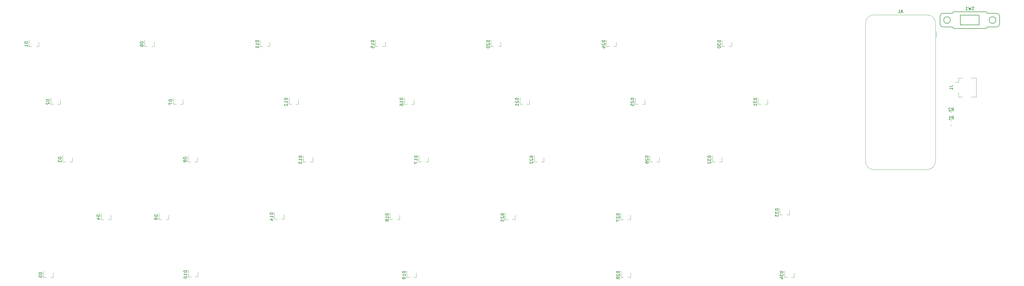
<source format=gbr>
G04 #@! TF.GenerationSoftware,KiCad,Pcbnew,(5.1.10)-1*
G04 #@! TF.CreationDate,2021-07-26T23:03:21+09:00*
G04 #@! TF.ProjectId,Snacks65,536e6163-6b73-4363-952e-6b696361645f,rev?*
G04 #@! TF.SameCoordinates,Original*
G04 #@! TF.FileFunction,Legend,Bot*
G04 #@! TF.FilePolarity,Positive*
%FSLAX46Y46*%
G04 Gerber Fmt 4.6, Leading zero omitted, Abs format (unit mm)*
G04 Created by KiCad (PCBNEW (5.1.10)-1) date 2021-07-26 23:03:21*
%MOMM*%
%LPD*%
G01*
G04 APERTURE LIST*
%ADD10C,0.150000*%
%ADD11C,0.120000*%
G04 APERTURE END LIST*
D10*
G04 #@! TO.C,SW1*
X343768750Y-18243750D02*
X343768750Y-21443750D01*
X349968750Y-18243750D02*
X349968750Y-21443750D01*
X343768750Y-18243750D02*
X349968750Y-18243750D01*
X343768750Y-21443750D02*
X349968750Y-21443750D01*
X341618750Y-17093750D02*
X352118750Y-17093750D01*
X352618750Y-17593750D02*
X355668750Y-17593750D01*
X352618750Y-22093750D02*
X355668750Y-22093750D01*
X356668750Y-21093750D02*
X356668750Y-18593750D01*
X338068750Y-17593750D02*
X341118750Y-17593750D01*
X337068750Y-21093750D02*
X337068750Y-18593750D01*
X341618750Y-22593750D02*
X352118750Y-22593750D01*
X338068750Y-22093750D02*
X341118750Y-22093750D01*
X340468750Y-19843750D02*
G75*
G03*
X340468750Y-19843750I-1100000J0D01*
G01*
X355468750Y-19843750D02*
G75*
G03*
X355468750Y-19843750I-1100000J0D01*
G01*
X341618750Y-22593750D02*
G75*
G02*
X341118750Y-22093750I0J500000D01*
G01*
X352618750Y-22093750D02*
G75*
G02*
X352118750Y-22593750I-500000J0D01*
G01*
X352118750Y-17093750D02*
G75*
G02*
X352618750Y-17593750I0J-500000D01*
G01*
X341118750Y-17593750D02*
G75*
G02*
X341618750Y-17093750I500000J0D01*
G01*
X337068750Y-18593750D02*
G75*
G02*
X338068750Y-17593750I1000000J0D01*
G01*
X338068750Y-22093750D02*
G75*
G02*
X337068750Y-21093750I0J1000000D01*
G01*
X355668750Y-17593750D02*
G75*
G02*
X356668750Y-18593750I0J-1000000D01*
G01*
X356668750Y-21093750D02*
G75*
G02*
X355668750Y-22093750I-1000000J0D01*
G01*
D11*
G04 #@! TO.C,A1*
X335868750Y-25606250D02*
X335868750Y-23606250D01*
X315118750Y-18146250D02*
X332898750Y-18146250D01*
X315118750Y-69166250D02*
X332898750Y-69166250D01*
X312468750Y-20796250D02*
X312468750Y-66516250D01*
X335548750Y-20796250D02*
X335548750Y-66516250D01*
X315118750Y-18146250D02*
G75*
G03*
X312468750Y-20796250I0J-2650000D01*
G01*
X335548750Y-20796250D02*
G75*
G03*
X332898750Y-18146250I-2650000J0D01*
G01*
X312468750Y-66516250D02*
G75*
G03*
X315118750Y-69166250I2650000J0D01*
G01*
X332898750Y-69166250D02*
G75*
G03*
X335548750Y-66516250I0J2650000D01*
G01*
G04 #@! TO.C,J1*
X343187500Y-40408750D02*
X341987500Y-40408750D01*
X348987500Y-45218750D02*
X347247500Y-45218750D01*
X348987500Y-38918750D02*
X348987500Y-45218750D01*
X347247500Y-38918750D02*
X348987500Y-38918750D01*
X343187500Y-45218750D02*
X344527500Y-45218750D01*
X343187500Y-43728750D02*
X343187500Y-45218750D01*
X343187500Y-38918750D02*
X344527500Y-38918750D01*
X343187500Y-40408750D02*
X343187500Y-38918750D01*
G04 #@! TO.C,R2*
X340942664Y-51789000D02*
X340488536Y-51789000D01*
X340942664Y-50319000D02*
X340488536Y-50319000D01*
G04 #@! TO.C,R1*
X340942664Y-54532200D02*
X340488536Y-54532200D01*
X340942664Y-53062200D02*
X340488536Y-53062200D01*
G04 #@! TO.C,D34*
X288917500Y-104741250D02*
X288917500Y-103281250D01*
X285757500Y-104741250D02*
X285757500Y-102581250D01*
X285757500Y-104741250D02*
X286687500Y-104741250D01*
X288917500Y-104741250D02*
X287987500Y-104741250D01*
G04 #@! TO.C,D33*
X287330000Y-84103750D02*
X287330000Y-82643750D01*
X284170000Y-84103750D02*
X284170000Y-81943750D01*
X284170000Y-84103750D02*
X285100000Y-84103750D01*
X287330000Y-84103750D02*
X286400000Y-84103750D01*
G04 #@! TO.C,D32*
X265105000Y-66641250D02*
X265105000Y-65181250D01*
X261945000Y-66641250D02*
X261945000Y-64481250D01*
X261945000Y-66641250D02*
X262875000Y-66641250D01*
X265105000Y-66641250D02*
X264175000Y-66641250D01*
G04 #@! TO.C,D31*
X280186250Y-47591250D02*
X280186250Y-46131250D01*
X277026250Y-47591250D02*
X277026250Y-45431250D01*
X277026250Y-47591250D02*
X277956250Y-47591250D01*
X280186250Y-47591250D02*
X279256250Y-47591250D01*
G04 #@! TO.C,D30*
X268280000Y-28541250D02*
X268280000Y-27081250D01*
X265120000Y-28541250D02*
X265120000Y-26381250D01*
X265120000Y-28541250D02*
X266050000Y-28541250D01*
X268280000Y-28541250D02*
X267350000Y-28541250D01*
G04 #@! TO.C,D28*
X234942500Y-104741250D02*
X234942500Y-103281250D01*
X231782500Y-104741250D02*
X231782500Y-102581250D01*
X231782500Y-104741250D02*
X232712500Y-104741250D01*
X234942500Y-104741250D02*
X234012500Y-104741250D01*
G04 #@! TO.C,D27*
X234942500Y-85691250D02*
X234942500Y-84231250D01*
X231782500Y-85691250D02*
X231782500Y-83531250D01*
X231782500Y-85691250D02*
X232712500Y-85691250D01*
X234942500Y-85691250D02*
X234012500Y-85691250D01*
G04 #@! TO.C,D26*
X244467500Y-66641250D02*
X244467500Y-65181250D01*
X241307500Y-66641250D02*
X241307500Y-64481250D01*
X241307500Y-66641250D02*
X242237500Y-66641250D01*
X244467500Y-66641250D02*
X243537500Y-66641250D01*
G04 #@! TO.C,D25*
X239705000Y-47591250D02*
X239705000Y-46131250D01*
X236545000Y-47591250D02*
X236545000Y-45431250D01*
X236545000Y-47591250D02*
X237475000Y-47591250D01*
X239705000Y-47591250D02*
X238775000Y-47591250D01*
G04 #@! TO.C,D24*
X230180000Y-28541250D02*
X230180000Y-27081250D01*
X227020000Y-28541250D02*
X227020000Y-26381250D01*
X227020000Y-28541250D02*
X227950000Y-28541250D01*
X230180000Y-28541250D02*
X229250000Y-28541250D01*
G04 #@! TO.C,D23*
X196842500Y-85691250D02*
X196842500Y-84231250D01*
X193682500Y-85691250D02*
X193682500Y-83531250D01*
X193682500Y-85691250D02*
X194612500Y-85691250D01*
X196842500Y-85691250D02*
X195912500Y-85691250D01*
G04 #@! TO.C,D22*
X206367500Y-66641250D02*
X206367500Y-65181250D01*
X203207500Y-66641250D02*
X203207500Y-64481250D01*
X203207500Y-66641250D02*
X204137500Y-66641250D01*
X206367500Y-66641250D02*
X205437500Y-66641250D01*
G04 #@! TO.C,D21*
X201605000Y-47591250D02*
X201605000Y-46131250D01*
X198445000Y-47591250D02*
X198445000Y-45431250D01*
X198445000Y-47591250D02*
X199375000Y-47591250D01*
X201605000Y-47591250D02*
X200675000Y-47591250D01*
G04 #@! TO.C,D20*
X192080000Y-28541250D02*
X192080000Y-27081250D01*
X188920000Y-28541250D02*
X188920000Y-26381250D01*
X188920000Y-28541250D02*
X189850000Y-28541250D01*
X192080000Y-28541250D02*
X191150000Y-28541250D01*
G04 #@! TO.C,D19*
X164298750Y-104741250D02*
X164298750Y-103281250D01*
X161138750Y-104741250D02*
X161138750Y-102581250D01*
X161138750Y-104741250D02*
X162068750Y-104741250D01*
X164298750Y-104741250D02*
X163368750Y-104741250D01*
G04 #@! TO.C,D18*
X158742500Y-85691250D02*
X158742500Y-84231250D01*
X155582500Y-85691250D02*
X155582500Y-83531250D01*
X155582500Y-85691250D02*
X156512500Y-85691250D01*
X158742500Y-85691250D02*
X157812500Y-85691250D01*
G04 #@! TO.C,D17*
X168267500Y-66641250D02*
X168267500Y-65181250D01*
X165107500Y-66641250D02*
X165107500Y-64481250D01*
X165107500Y-66641250D02*
X166037500Y-66641250D01*
X168267500Y-66641250D02*
X167337500Y-66641250D01*
G04 #@! TO.C,D16*
X163505000Y-47591250D02*
X163505000Y-46131250D01*
X160345000Y-47591250D02*
X160345000Y-45431250D01*
X160345000Y-47591250D02*
X161275000Y-47591250D01*
X163505000Y-47591250D02*
X162575000Y-47591250D01*
G04 #@! TO.C,D15*
X153980000Y-28541250D02*
X153980000Y-27081250D01*
X150820000Y-28541250D02*
X150820000Y-26381250D01*
X150820000Y-28541250D02*
X151750000Y-28541250D01*
X153980000Y-28541250D02*
X153050000Y-28541250D01*
G04 #@! TO.C,D14*
X120642500Y-85485000D02*
X120642500Y-84025000D01*
X117482500Y-85485000D02*
X117482500Y-83325000D01*
X117482500Y-85485000D02*
X118412500Y-85485000D01*
X120642500Y-85485000D02*
X119712500Y-85485000D01*
G04 #@! TO.C,D13*
X130167500Y-66641250D02*
X130167500Y-65181250D01*
X127007500Y-66641250D02*
X127007500Y-64481250D01*
X127007500Y-66641250D02*
X127937500Y-66641250D01*
X130167500Y-66641250D02*
X129237500Y-66641250D01*
G04 #@! TO.C,D12*
X125405000Y-47591250D02*
X125405000Y-46131250D01*
X122245000Y-47591250D02*
X122245000Y-45431250D01*
X122245000Y-47591250D02*
X123175000Y-47591250D01*
X125405000Y-47591250D02*
X124475000Y-47591250D01*
G04 #@! TO.C,D11*
X115880000Y-28541250D02*
X115880000Y-27081250D01*
X112720000Y-28541250D02*
X112720000Y-26381250D01*
X112720000Y-28541250D02*
X113650000Y-28541250D01*
X115880000Y-28541250D02*
X114950000Y-28541250D01*
G04 #@! TO.C,D10*
X92223750Y-104535000D02*
X92223750Y-103075000D01*
X89063750Y-104535000D02*
X89063750Y-102375000D01*
X89063750Y-104535000D02*
X89993750Y-104535000D01*
X92223750Y-104535000D02*
X91293750Y-104535000D01*
G04 #@! TO.C,D9*
X82542500Y-85691250D02*
X82542500Y-84231250D01*
X79382500Y-85691250D02*
X79382500Y-83531250D01*
X79382500Y-85691250D02*
X80312500Y-85691250D01*
X82542500Y-85691250D02*
X81612500Y-85691250D01*
G04 #@! TO.C,D8*
X92067500Y-66641250D02*
X92067500Y-65181250D01*
X88907500Y-66641250D02*
X88907500Y-64481250D01*
X88907500Y-66641250D02*
X89837500Y-66641250D01*
X92067500Y-66641250D02*
X91137500Y-66641250D01*
G04 #@! TO.C,D7*
X87305000Y-47591250D02*
X87305000Y-46131250D01*
X84145000Y-47591250D02*
X84145000Y-45431250D01*
X84145000Y-47591250D02*
X85075000Y-47591250D01*
X87305000Y-47591250D02*
X86375000Y-47591250D01*
G04 #@! TO.C,D6*
X77780000Y-28541250D02*
X77780000Y-27081250D01*
X74620000Y-28541250D02*
X74620000Y-26381250D01*
X74620000Y-28541250D02*
X75550000Y-28541250D01*
X77780000Y-28541250D02*
X76850000Y-28541250D01*
G04 #@! TO.C,D5*
X44442500Y-104741250D02*
X44442500Y-103281250D01*
X41282500Y-104741250D02*
X41282500Y-102581250D01*
X41282500Y-104741250D02*
X42212500Y-104741250D01*
X44442500Y-104741250D02*
X43512500Y-104741250D01*
G04 #@! TO.C,D4*
X63492500Y-85691250D02*
X63492500Y-84231250D01*
X60332500Y-85691250D02*
X60332500Y-83531250D01*
X60332500Y-85691250D02*
X61262500Y-85691250D01*
X63492500Y-85691250D02*
X62562500Y-85691250D01*
G04 #@! TO.C,D3*
X50792500Y-66641250D02*
X50792500Y-65181250D01*
X47632500Y-66641250D02*
X47632500Y-64481250D01*
X47632500Y-66641250D02*
X48562500Y-66641250D01*
X50792500Y-66641250D02*
X49862500Y-66641250D01*
G04 #@! TO.C,D2*
X46823750Y-47591250D02*
X46823750Y-46131250D01*
X43663750Y-47591250D02*
X43663750Y-45431250D01*
X43663750Y-47591250D02*
X44593750Y-47591250D01*
X46823750Y-47591250D02*
X45893750Y-47591250D01*
G04 #@! TO.C,D1*
X39680000Y-28541250D02*
X39680000Y-27081250D01*
X36520000Y-28541250D02*
X36520000Y-26381250D01*
X36520000Y-28541250D02*
X37450000Y-28541250D01*
X39680000Y-28541250D02*
X38750000Y-28541250D01*
G04 #@! TO.C,SW1*
D10*
X348202083Y-16438511D02*
X348059226Y-16486130D01*
X347821130Y-16486130D01*
X347725892Y-16438511D01*
X347678273Y-16390892D01*
X347630654Y-16295654D01*
X347630654Y-16200416D01*
X347678273Y-16105178D01*
X347725892Y-16057559D01*
X347821130Y-16009940D01*
X348011607Y-15962321D01*
X348106845Y-15914702D01*
X348154464Y-15867083D01*
X348202083Y-15771845D01*
X348202083Y-15676607D01*
X348154464Y-15581369D01*
X348106845Y-15533750D01*
X348011607Y-15486130D01*
X347773511Y-15486130D01*
X347630654Y-15533750D01*
X347297321Y-15486130D02*
X347059226Y-16486130D01*
X346868750Y-15771845D01*
X346678273Y-16486130D01*
X346440178Y-15486130D01*
X345535416Y-16486130D02*
X346106845Y-16486130D01*
X345821130Y-16486130D02*
X345821130Y-15486130D01*
X345916369Y-15628988D01*
X346011607Y-15724226D01*
X346106845Y-15771845D01*
G04 #@! TO.C,A1*
X324723035Y-17152916D02*
X324246845Y-17152916D01*
X324818273Y-17438630D02*
X324484940Y-16438630D01*
X324151607Y-17438630D01*
X323294464Y-17438630D02*
X323865892Y-17438630D01*
X323580178Y-17438630D02*
X323580178Y-16438630D01*
X323675416Y-16581488D01*
X323770654Y-16676726D01*
X323865892Y-16724345D01*
G04 #@! TO.C,J1*
X340239880Y-41735416D02*
X340954166Y-41735416D01*
X341097023Y-41687797D01*
X341192261Y-41592559D01*
X341239880Y-41449702D01*
X341239880Y-41354464D01*
X341239880Y-42735416D02*
X341239880Y-42163988D01*
X341239880Y-42449702D02*
X340239880Y-42449702D01*
X340382738Y-42354464D01*
X340477976Y-42259226D01*
X340525595Y-42163988D01*
G04 #@! TO.C,R2*
X340882266Y-49856380D02*
X341215600Y-49380190D01*
X341453695Y-49856380D02*
X341453695Y-48856380D01*
X341072742Y-48856380D01*
X340977504Y-48904000D01*
X340929885Y-48951619D01*
X340882266Y-49046857D01*
X340882266Y-49189714D01*
X340929885Y-49284952D01*
X340977504Y-49332571D01*
X341072742Y-49380190D01*
X341453695Y-49380190D01*
X340501314Y-48951619D02*
X340453695Y-48904000D01*
X340358457Y-48856380D01*
X340120361Y-48856380D01*
X340025123Y-48904000D01*
X339977504Y-48951619D01*
X339929885Y-49046857D01*
X339929885Y-49142095D01*
X339977504Y-49284952D01*
X340548933Y-49856380D01*
X339929885Y-49856380D01*
G04 #@! TO.C,R1*
X340882266Y-52599580D02*
X341215600Y-52123390D01*
X341453695Y-52599580D02*
X341453695Y-51599580D01*
X341072742Y-51599580D01*
X340977504Y-51647200D01*
X340929885Y-51694819D01*
X340882266Y-51790057D01*
X340882266Y-51932914D01*
X340929885Y-52028152D01*
X340977504Y-52075771D01*
X341072742Y-52123390D01*
X341453695Y-52123390D01*
X339929885Y-52599580D02*
X340501314Y-52599580D01*
X340215600Y-52599580D02*
X340215600Y-51599580D01*
X340310838Y-51742438D01*
X340406076Y-51837676D01*
X340501314Y-51885295D01*
G04 #@! TO.C,D34*
X285289880Y-102766964D02*
X284289880Y-102766964D01*
X284289880Y-103005059D01*
X284337500Y-103147916D01*
X284432738Y-103243154D01*
X284527976Y-103290773D01*
X284718452Y-103338392D01*
X284861309Y-103338392D01*
X285051785Y-103290773D01*
X285147023Y-103243154D01*
X285242261Y-103147916D01*
X285289880Y-103005059D01*
X285289880Y-102766964D01*
X284289880Y-103671726D02*
X284289880Y-104290773D01*
X284670833Y-103957440D01*
X284670833Y-104100297D01*
X284718452Y-104195535D01*
X284766071Y-104243154D01*
X284861309Y-104290773D01*
X285099404Y-104290773D01*
X285194642Y-104243154D01*
X285242261Y-104195535D01*
X285289880Y-104100297D01*
X285289880Y-103814583D01*
X285242261Y-103719345D01*
X285194642Y-103671726D01*
X284623214Y-105147916D02*
X285289880Y-105147916D01*
X284242261Y-104909821D02*
X284956547Y-104671726D01*
X284956547Y-105290773D01*
G04 #@! TO.C,D33*
X283702380Y-82129464D02*
X282702380Y-82129464D01*
X282702380Y-82367559D01*
X282750000Y-82510416D01*
X282845238Y-82605654D01*
X282940476Y-82653273D01*
X283130952Y-82700892D01*
X283273809Y-82700892D01*
X283464285Y-82653273D01*
X283559523Y-82605654D01*
X283654761Y-82510416D01*
X283702380Y-82367559D01*
X283702380Y-82129464D01*
X282702380Y-83034226D02*
X282702380Y-83653273D01*
X283083333Y-83319940D01*
X283083333Y-83462797D01*
X283130952Y-83558035D01*
X283178571Y-83605654D01*
X283273809Y-83653273D01*
X283511904Y-83653273D01*
X283607142Y-83605654D01*
X283654761Y-83558035D01*
X283702380Y-83462797D01*
X283702380Y-83177083D01*
X283654761Y-83081845D01*
X283607142Y-83034226D01*
X282702380Y-83986607D02*
X282702380Y-84605654D01*
X283083333Y-84272321D01*
X283083333Y-84415178D01*
X283130952Y-84510416D01*
X283178571Y-84558035D01*
X283273809Y-84605654D01*
X283511904Y-84605654D01*
X283607142Y-84558035D01*
X283654761Y-84510416D01*
X283702380Y-84415178D01*
X283702380Y-84129464D01*
X283654761Y-84034226D01*
X283607142Y-83986607D01*
G04 #@! TO.C,D32*
X261477380Y-64666964D02*
X260477380Y-64666964D01*
X260477380Y-64905059D01*
X260525000Y-65047916D01*
X260620238Y-65143154D01*
X260715476Y-65190773D01*
X260905952Y-65238392D01*
X261048809Y-65238392D01*
X261239285Y-65190773D01*
X261334523Y-65143154D01*
X261429761Y-65047916D01*
X261477380Y-64905059D01*
X261477380Y-64666964D01*
X260477380Y-65571726D02*
X260477380Y-66190773D01*
X260858333Y-65857440D01*
X260858333Y-66000297D01*
X260905952Y-66095535D01*
X260953571Y-66143154D01*
X261048809Y-66190773D01*
X261286904Y-66190773D01*
X261382142Y-66143154D01*
X261429761Y-66095535D01*
X261477380Y-66000297D01*
X261477380Y-65714583D01*
X261429761Y-65619345D01*
X261382142Y-65571726D01*
X260572619Y-66571726D02*
X260525000Y-66619345D01*
X260477380Y-66714583D01*
X260477380Y-66952678D01*
X260525000Y-67047916D01*
X260572619Y-67095535D01*
X260667857Y-67143154D01*
X260763095Y-67143154D01*
X260905952Y-67095535D01*
X261477380Y-66524107D01*
X261477380Y-67143154D01*
G04 #@! TO.C,D31*
X276558630Y-45616964D02*
X275558630Y-45616964D01*
X275558630Y-45855059D01*
X275606250Y-45997916D01*
X275701488Y-46093154D01*
X275796726Y-46140773D01*
X275987202Y-46188392D01*
X276130059Y-46188392D01*
X276320535Y-46140773D01*
X276415773Y-46093154D01*
X276511011Y-45997916D01*
X276558630Y-45855059D01*
X276558630Y-45616964D01*
X275558630Y-46521726D02*
X275558630Y-47140773D01*
X275939583Y-46807440D01*
X275939583Y-46950297D01*
X275987202Y-47045535D01*
X276034821Y-47093154D01*
X276130059Y-47140773D01*
X276368154Y-47140773D01*
X276463392Y-47093154D01*
X276511011Y-47045535D01*
X276558630Y-46950297D01*
X276558630Y-46664583D01*
X276511011Y-46569345D01*
X276463392Y-46521726D01*
X276558630Y-48093154D02*
X276558630Y-47521726D01*
X276558630Y-47807440D02*
X275558630Y-47807440D01*
X275701488Y-47712202D01*
X275796726Y-47616964D01*
X275844345Y-47521726D01*
G04 #@! TO.C,D30*
X264652380Y-26566964D02*
X263652380Y-26566964D01*
X263652380Y-26805059D01*
X263700000Y-26947916D01*
X263795238Y-27043154D01*
X263890476Y-27090773D01*
X264080952Y-27138392D01*
X264223809Y-27138392D01*
X264414285Y-27090773D01*
X264509523Y-27043154D01*
X264604761Y-26947916D01*
X264652380Y-26805059D01*
X264652380Y-26566964D01*
X263652380Y-27471726D02*
X263652380Y-28090773D01*
X264033333Y-27757440D01*
X264033333Y-27900297D01*
X264080952Y-27995535D01*
X264128571Y-28043154D01*
X264223809Y-28090773D01*
X264461904Y-28090773D01*
X264557142Y-28043154D01*
X264604761Y-27995535D01*
X264652380Y-27900297D01*
X264652380Y-27614583D01*
X264604761Y-27519345D01*
X264557142Y-27471726D01*
X263652380Y-28709821D02*
X263652380Y-28805059D01*
X263700000Y-28900297D01*
X263747619Y-28947916D01*
X263842857Y-28995535D01*
X264033333Y-29043154D01*
X264271428Y-29043154D01*
X264461904Y-28995535D01*
X264557142Y-28947916D01*
X264604761Y-28900297D01*
X264652380Y-28805059D01*
X264652380Y-28709821D01*
X264604761Y-28614583D01*
X264557142Y-28566964D01*
X264461904Y-28519345D01*
X264271428Y-28471726D01*
X264033333Y-28471726D01*
X263842857Y-28519345D01*
X263747619Y-28566964D01*
X263700000Y-28614583D01*
X263652380Y-28709821D01*
G04 #@! TO.C,D28*
X231314880Y-102766964D02*
X230314880Y-102766964D01*
X230314880Y-103005059D01*
X230362500Y-103147916D01*
X230457738Y-103243154D01*
X230552976Y-103290773D01*
X230743452Y-103338392D01*
X230886309Y-103338392D01*
X231076785Y-103290773D01*
X231172023Y-103243154D01*
X231267261Y-103147916D01*
X231314880Y-103005059D01*
X231314880Y-102766964D01*
X230410119Y-103719345D02*
X230362500Y-103766964D01*
X230314880Y-103862202D01*
X230314880Y-104100297D01*
X230362500Y-104195535D01*
X230410119Y-104243154D01*
X230505357Y-104290773D01*
X230600595Y-104290773D01*
X230743452Y-104243154D01*
X231314880Y-103671726D01*
X231314880Y-104290773D01*
X230743452Y-104862202D02*
X230695833Y-104766964D01*
X230648214Y-104719345D01*
X230552976Y-104671726D01*
X230505357Y-104671726D01*
X230410119Y-104719345D01*
X230362500Y-104766964D01*
X230314880Y-104862202D01*
X230314880Y-105052678D01*
X230362500Y-105147916D01*
X230410119Y-105195535D01*
X230505357Y-105243154D01*
X230552976Y-105243154D01*
X230648214Y-105195535D01*
X230695833Y-105147916D01*
X230743452Y-105052678D01*
X230743452Y-104862202D01*
X230791071Y-104766964D01*
X230838690Y-104719345D01*
X230933928Y-104671726D01*
X231124404Y-104671726D01*
X231219642Y-104719345D01*
X231267261Y-104766964D01*
X231314880Y-104862202D01*
X231314880Y-105052678D01*
X231267261Y-105147916D01*
X231219642Y-105195535D01*
X231124404Y-105243154D01*
X230933928Y-105243154D01*
X230838690Y-105195535D01*
X230791071Y-105147916D01*
X230743452Y-105052678D01*
G04 #@! TO.C,D27*
X231314880Y-83716964D02*
X230314880Y-83716964D01*
X230314880Y-83955059D01*
X230362500Y-84097916D01*
X230457738Y-84193154D01*
X230552976Y-84240773D01*
X230743452Y-84288392D01*
X230886309Y-84288392D01*
X231076785Y-84240773D01*
X231172023Y-84193154D01*
X231267261Y-84097916D01*
X231314880Y-83955059D01*
X231314880Y-83716964D01*
X230410119Y-84669345D02*
X230362500Y-84716964D01*
X230314880Y-84812202D01*
X230314880Y-85050297D01*
X230362500Y-85145535D01*
X230410119Y-85193154D01*
X230505357Y-85240773D01*
X230600595Y-85240773D01*
X230743452Y-85193154D01*
X231314880Y-84621726D01*
X231314880Y-85240773D01*
X230314880Y-85574107D02*
X230314880Y-86240773D01*
X231314880Y-85812202D01*
G04 #@! TO.C,D26*
X240839880Y-64666964D02*
X239839880Y-64666964D01*
X239839880Y-64905059D01*
X239887500Y-65047916D01*
X239982738Y-65143154D01*
X240077976Y-65190773D01*
X240268452Y-65238392D01*
X240411309Y-65238392D01*
X240601785Y-65190773D01*
X240697023Y-65143154D01*
X240792261Y-65047916D01*
X240839880Y-64905059D01*
X240839880Y-64666964D01*
X239935119Y-65619345D02*
X239887500Y-65666964D01*
X239839880Y-65762202D01*
X239839880Y-66000297D01*
X239887500Y-66095535D01*
X239935119Y-66143154D01*
X240030357Y-66190773D01*
X240125595Y-66190773D01*
X240268452Y-66143154D01*
X240839880Y-65571726D01*
X240839880Y-66190773D01*
X239839880Y-67047916D02*
X239839880Y-66857440D01*
X239887500Y-66762202D01*
X239935119Y-66714583D01*
X240077976Y-66619345D01*
X240268452Y-66571726D01*
X240649404Y-66571726D01*
X240744642Y-66619345D01*
X240792261Y-66666964D01*
X240839880Y-66762202D01*
X240839880Y-66952678D01*
X240792261Y-67047916D01*
X240744642Y-67095535D01*
X240649404Y-67143154D01*
X240411309Y-67143154D01*
X240316071Y-67095535D01*
X240268452Y-67047916D01*
X240220833Y-66952678D01*
X240220833Y-66762202D01*
X240268452Y-66666964D01*
X240316071Y-66619345D01*
X240411309Y-66571726D01*
G04 #@! TO.C,D25*
X236077380Y-45616964D02*
X235077380Y-45616964D01*
X235077380Y-45855059D01*
X235125000Y-45997916D01*
X235220238Y-46093154D01*
X235315476Y-46140773D01*
X235505952Y-46188392D01*
X235648809Y-46188392D01*
X235839285Y-46140773D01*
X235934523Y-46093154D01*
X236029761Y-45997916D01*
X236077380Y-45855059D01*
X236077380Y-45616964D01*
X235172619Y-46569345D02*
X235125000Y-46616964D01*
X235077380Y-46712202D01*
X235077380Y-46950297D01*
X235125000Y-47045535D01*
X235172619Y-47093154D01*
X235267857Y-47140773D01*
X235363095Y-47140773D01*
X235505952Y-47093154D01*
X236077380Y-46521726D01*
X236077380Y-47140773D01*
X235077380Y-48045535D02*
X235077380Y-47569345D01*
X235553571Y-47521726D01*
X235505952Y-47569345D01*
X235458333Y-47664583D01*
X235458333Y-47902678D01*
X235505952Y-47997916D01*
X235553571Y-48045535D01*
X235648809Y-48093154D01*
X235886904Y-48093154D01*
X235982142Y-48045535D01*
X236029761Y-47997916D01*
X236077380Y-47902678D01*
X236077380Y-47664583D01*
X236029761Y-47569345D01*
X235982142Y-47521726D01*
G04 #@! TO.C,D24*
X226552380Y-26566964D02*
X225552380Y-26566964D01*
X225552380Y-26805059D01*
X225600000Y-26947916D01*
X225695238Y-27043154D01*
X225790476Y-27090773D01*
X225980952Y-27138392D01*
X226123809Y-27138392D01*
X226314285Y-27090773D01*
X226409523Y-27043154D01*
X226504761Y-26947916D01*
X226552380Y-26805059D01*
X226552380Y-26566964D01*
X225647619Y-27519345D02*
X225600000Y-27566964D01*
X225552380Y-27662202D01*
X225552380Y-27900297D01*
X225600000Y-27995535D01*
X225647619Y-28043154D01*
X225742857Y-28090773D01*
X225838095Y-28090773D01*
X225980952Y-28043154D01*
X226552380Y-27471726D01*
X226552380Y-28090773D01*
X225885714Y-28947916D02*
X226552380Y-28947916D01*
X225504761Y-28709821D02*
X226219047Y-28471726D01*
X226219047Y-29090773D01*
G04 #@! TO.C,D23*
X193214880Y-83716964D02*
X192214880Y-83716964D01*
X192214880Y-83955059D01*
X192262500Y-84097916D01*
X192357738Y-84193154D01*
X192452976Y-84240773D01*
X192643452Y-84288392D01*
X192786309Y-84288392D01*
X192976785Y-84240773D01*
X193072023Y-84193154D01*
X193167261Y-84097916D01*
X193214880Y-83955059D01*
X193214880Y-83716964D01*
X192310119Y-84669345D02*
X192262500Y-84716964D01*
X192214880Y-84812202D01*
X192214880Y-85050297D01*
X192262500Y-85145535D01*
X192310119Y-85193154D01*
X192405357Y-85240773D01*
X192500595Y-85240773D01*
X192643452Y-85193154D01*
X193214880Y-84621726D01*
X193214880Y-85240773D01*
X192214880Y-85574107D02*
X192214880Y-86193154D01*
X192595833Y-85859821D01*
X192595833Y-86002678D01*
X192643452Y-86097916D01*
X192691071Y-86145535D01*
X192786309Y-86193154D01*
X193024404Y-86193154D01*
X193119642Y-86145535D01*
X193167261Y-86097916D01*
X193214880Y-86002678D01*
X193214880Y-85716964D01*
X193167261Y-85621726D01*
X193119642Y-85574107D01*
G04 #@! TO.C,D22*
X202739880Y-64666964D02*
X201739880Y-64666964D01*
X201739880Y-64905059D01*
X201787500Y-65047916D01*
X201882738Y-65143154D01*
X201977976Y-65190773D01*
X202168452Y-65238392D01*
X202311309Y-65238392D01*
X202501785Y-65190773D01*
X202597023Y-65143154D01*
X202692261Y-65047916D01*
X202739880Y-64905059D01*
X202739880Y-64666964D01*
X201835119Y-65619345D02*
X201787500Y-65666964D01*
X201739880Y-65762202D01*
X201739880Y-66000297D01*
X201787500Y-66095535D01*
X201835119Y-66143154D01*
X201930357Y-66190773D01*
X202025595Y-66190773D01*
X202168452Y-66143154D01*
X202739880Y-65571726D01*
X202739880Y-66190773D01*
X201835119Y-66571726D02*
X201787500Y-66619345D01*
X201739880Y-66714583D01*
X201739880Y-66952678D01*
X201787500Y-67047916D01*
X201835119Y-67095535D01*
X201930357Y-67143154D01*
X202025595Y-67143154D01*
X202168452Y-67095535D01*
X202739880Y-66524107D01*
X202739880Y-67143154D01*
G04 #@! TO.C,D21*
X197977380Y-45616964D02*
X196977380Y-45616964D01*
X196977380Y-45855059D01*
X197025000Y-45997916D01*
X197120238Y-46093154D01*
X197215476Y-46140773D01*
X197405952Y-46188392D01*
X197548809Y-46188392D01*
X197739285Y-46140773D01*
X197834523Y-46093154D01*
X197929761Y-45997916D01*
X197977380Y-45855059D01*
X197977380Y-45616964D01*
X197072619Y-46569345D02*
X197025000Y-46616964D01*
X196977380Y-46712202D01*
X196977380Y-46950297D01*
X197025000Y-47045535D01*
X197072619Y-47093154D01*
X197167857Y-47140773D01*
X197263095Y-47140773D01*
X197405952Y-47093154D01*
X197977380Y-46521726D01*
X197977380Y-47140773D01*
X197977380Y-48093154D02*
X197977380Y-47521726D01*
X197977380Y-47807440D02*
X196977380Y-47807440D01*
X197120238Y-47712202D01*
X197215476Y-47616964D01*
X197263095Y-47521726D01*
G04 #@! TO.C,D20*
X188452380Y-26566964D02*
X187452380Y-26566964D01*
X187452380Y-26805059D01*
X187500000Y-26947916D01*
X187595238Y-27043154D01*
X187690476Y-27090773D01*
X187880952Y-27138392D01*
X188023809Y-27138392D01*
X188214285Y-27090773D01*
X188309523Y-27043154D01*
X188404761Y-26947916D01*
X188452380Y-26805059D01*
X188452380Y-26566964D01*
X187547619Y-27519345D02*
X187500000Y-27566964D01*
X187452380Y-27662202D01*
X187452380Y-27900297D01*
X187500000Y-27995535D01*
X187547619Y-28043154D01*
X187642857Y-28090773D01*
X187738095Y-28090773D01*
X187880952Y-28043154D01*
X188452380Y-27471726D01*
X188452380Y-28090773D01*
X187452380Y-28709821D02*
X187452380Y-28805059D01*
X187500000Y-28900297D01*
X187547619Y-28947916D01*
X187642857Y-28995535D01*
X187833333Y-29043154D01*
X188071428Y-29043154D01*
X188261904Y-28995535D01*
X188357142Y-28947916D01*
X188404761Y-28900297D01*
X188452380Y-28805059D01*
X188452380Y-28709821D01*
X188404761Y-28614583D01*
X188357142Y-28566964D01*
X188261904Y-28519345D01*
X188071428Y-28471726D01*
X187833333Y-28471726D01*
X187642857Y-28519345D01*
X187547619Y-28566964D01*
X187500000Y-28614583D01*
X187452380Y-28709821D01*
G04 #@! TO.C,D19*
X160671130Y-102766964D02*
X159671130Y-102766964D01*
X159671130Y-103005059D01*
X159718750Y-103147916D01*
X159813988Y-103243154D01*
X159909226Y-103290773D01*
X160099702Y-103338392D01*
X160242559Y-103338392D01*
X160433035Y-103290773D01*
X160528273Y-103243154D01*
X160623511Y-103147916D01*
X160671130Y-103005059D01*
X160671130Y-102766964D01*
X160671130Y-104290773D02*
X160671130Y-103719345D01*
X160671130Y-104005059D02*
X159671130Y-104005059D01*
X159813988Y-103909821D01*
X159909226Y-103814583D01*
X159956845Y-103719345D01*
X160671130Y-104766964D02*
X160671130Y-104957440D01*
X160623511Y-105052678D01*
X160575892Y-105100297D01*
X160433035Y-105195535D01*
X160242559Y-105243154D01*
X159861607Y-105243154D01*
X159766369Y-105195535D01*
X159718750Y-105147916D01*
X159671130Y-105052678D01*
X159671130Y-104862202D01*
X159718750Y-104766964D01*
X159766369Y-104719345D01*
X159861607Y-104671726D01*
X160099702Y-104671726D01*
X160194940Y-104719345D01*
X160242559Y-104766964D01*
X160290178Y-104862202D01*
X160290178Y-105052678D01*
X160242559Y-105147916D01*
X160194940Y-105195535D01*
X160099702Y-105243154D01*
G04 #@! TO.C,D18*
X155114880Y-83716964D02*
X154114880Y-83716964D01*
X154114880Y-83955059D01*
X154162500Y-84097916D01*
X154257738Y-84193154D01*
X154352976Y-84240773D01*
X154543452Y-84288392D01*
X154686309Y-84288392D01*
X154876785Y-84240773D01*
X154972023Y-84193154D01*
X155067261Y-84097916D01*
X155114880Y-83955059D01*
X155114880Y-83716964D01*
X155114880Y-85240773D02*
X155114880Y-84669345D01*
X155114880Y-84955059D02*
X154114880Y-84955059D01*
X154257738Y-84859821D01*
X154352976Y-84764583D01*
X154400595Y-84669345D01*
X154543452Y-85812202D02*
X154495833Y-85716964D01*
X154448214Y-85669345D01*
X154352976Y-85621726D01*
X154305357Y-85621726D01*
X154210119Y-85669345D01*
X154162500Y-85716964D01*
X154114880Y-85812202D01*
X154114880Y-86002678D01*
X154162500Y-86097916D01*
X154210119Y-86145535D01*
X154305357Y-86193154D01*
X154352976Y-86193154D01*
X154448214Y-86145535D01*
X154495833Y-86097916D01*
X154543452Y-86002678D01*
X154543452Y-85812202D01*
X154591071Y-85716964D01*
X154638690Y-85669345D01*
X154733928Y-85621726D01*
X154924404Y-85621726D01*
X155019642Y-85669345D01*
X155067261Y-85716964D01*
X155114880Y-85812202D01*
X155114880Y-86002678D01*
X155067261Y-86097916D01*
X155019642Y-86145535D01*
X154924404Y-86193154D01*
X154733928Y-86193154D01*
X154638690Y-86145535D01*
X154591071Y-86097916D01*
X154543452Y-86002678D01*
G04 #@! TO.C,D17*
X164639880Y-64666964D02*
X163639880Y-64666964D01*
X163639880Y-64905059D01*
X163687500Y-65047916D01*
X163782738Y-65143154D01*
X163877976Y-65190773D01*
X164068452Y-65238392D01*
X164211309Y-65238392D01*
X164401785Y-65190773D01*
X164497023Y-65143154D01*
X164592261Y-65047916D01*
X164639880Y-64905059D01*
X164639880Y-64666964D01*
X164639880Y-66190773D02*
X164639880Y-65619345D01*
X164639880Y-65905059D02*
X163639880Y-65905059D01*
X163782738Y-65809821D01*
X163877976Y-65714583D01*
X163925595Y-65619345D01*
X163639880Y-66524107D02*
X163639880Y-67190773D01*
X164639880Y-66762202D01*
G04 #@! TO.C,D16*
X159877380Y-45616964D02*
X158877380Y-45616964D01*
X158877380Y-45855059D01*
X158925000Y-45997916D01*
X159020238Y-46093154D01*
X159115476Y-46140773D01*
X159305952Y-46188392D01*
X159448809Y-46188392D01*
X159639285Y-46140773D01*
X159734523Y-46093154D01*
X159829761Y-45997916D01*
X159877380Y-45855059D01*
X159877380Y-45616964D01*
X159877380Y-47140773D02*
X159877380Y-46569345D01*
X159877380Y-46855059D02*
X158877380Y-46855059D01*
X159020238Y-46759821D01*
X159115476Y-46664583D01*
X159163095Y-46569345D01*
X158877380Y-47997916D02*
X158877380Y-47807440D01*
X158925000Y-47712202D01*
X158972619Y-47664583D01*
X159115476Y-47569345D01*
X159305952Y-47521726D01*
X159686904Y-47521726D01*
X159782142Y-47569345D01*
X159829761Y-47616964D01*
X159877380Y-47712202D01*
X159877380Y-47902678D01*
X159829761Y-47997916D01*
X159782142Y-48045535D01*
X159686904Y-48093154D01*
X159448809Y-48093154D01*
X159353571Y-48045535D01*
X159305952Y-47997916D01*
X159258333Y-47902678D01*
X159258333Y-47712202D01*
X159305952Y-47616964D01*
X159353571Y-47569345D01*
X159448809Y-47521726D01*
G04 #@! TO.C,D15*
X150352380Y-26566964D02*
X149352380Y-26566964D01*
X149352380Y-26805059D01*
X149400000Y-26947916D01*
X149495238Y-27043154D01*
X149590476Y-27090773D01*
X149780952Y-27138392D01*
X149923809Y-27138392D01*
X150114285Y-27090773D01*
X150209523Y-27043154D01*
X150304761Y-26947916D01*
X150352380Y-26805059D01*
X150352380Y-26566964D01*
X150352380Y-28090773D02*
X150352380Y-27519345D01*
X150352380Y-27805059D02*
X149352380Y-27805059D01*
X149495238Y-27709821D01*
X149590476Y-27614583D01*
X149638095Y-27519345D01*
X149352380Y-28995535D02*
X149352380Y-28519345D01*
X149828571Y-28471726D01*
X149780952Y-28519345D01*
X149733333Y-28614583D01*
X149733333Y-28852678D01*
X149780952Y-28947916D01*
X149828571Y-28995535D01*
X149923809Y-29043154D01*
X150161904Y-29043154D01*
X150257142Y-28995535D01*
X150304761Y-28947916D01*
X150352380Y-28852678D01*
X150352380Y-28614583D01*
X150304761Y-28519345D01*
X150257142Y-28471726D01*
G04 #@! TO.C,D14*
X117014880Y-83510714D02*
X116014880Y-83510714D01*
X116014880Y-83748809D01*
X116062500Y-83891666D01*
X116157738Y-83986904D01*
X116252976Y-84034523D01*
X116443452Y-84082142D01*
X116586309Y-84082142D01*
X116776785Y-84034523D01*
X116872023Y-83986904D01*
X116967261Y-83891666D01*
X117014880Y-83748809D01*
X117014880Y-83510714D01*
X117014880Y-85034523D02*
X117014880Y-84463095D01*
X117014880Y-84748809D02*
X116014880Y-84748809D01*
X116157738Y-84653571D01*
X116252976Y-84558333D01*
X116300595Y-84463095D01*
X116348214Y-85891666D02*
X117014880Y-85891666D01*
X115967261Y-85653571D02*
X116681547Y-85415476D01*
X116681547Y-86034523D01*
G04 #@! TO.C,D13*
X126539880Y-64666964D02*
X125539880Y-64666964D01*
X125539880Y-64905059D01*
X125587500Y-65047916D01*
X125682738Y-65143154D01*
X125777976Y-65190773D01*
X125968452Y-65238392D01*
X126111309Y-65238392D01*
X126301785Y-65190773D01*
X126397023Y-65143154D01*
X126492261Y-65047916D01*
X126539880Y-64905059D01*
X126539880Y-64666964D01*
X126539880Y-66190773D02*
X126539880Y-65619345D01*
X126539880Y-65905059D02*
X125539880Y-65905059D01*
X125682738Y-65809821D01*
X125777976Y-65714583D01*
X125825595Y-65619345D01*
X125539880Y-66524107D02*
X125539880Y-67143154D01*
X125920833Y-66809821D01*
X125920833Y-66952678D01*
X125968452Y-67047916D01*
X126016071Y-67095535D01*
X126111309Y-67143154D01*
X126349404Y-67143154D01*
X126444642Y-67095535D01*
X126492261Y-67047916D01*
X126539880Y-66952678D01*
X126539880Y-66666964D01*
X126492261Y-66571726D01*
X126444642Y-66524107D01*
G04 #@! TO.C,D12*
X121777380Y-45616964D02*
X120777380Y-45616964D01*
X120777380Y-45855059D01*
X120825000Y-45997916D01*
X120920238Y-46093154D01*
X121015476Y-46140773D01*
X121205952Y-46188392D01*
X121348809Y-46188392D01*
X121539285Y-46140773D01*
X121634523Y-46093154D01*
X121729761Y-45997916D01*
X121777380Y-45855059D01*
X121777380Y-45616964D01*
X121777380Y-47140773D02*
X121777380Y-46569345D01*
X121777380Y-46855059D02*
X120777380Y-46855059D01*
X120920238Y-46759821D01*
X121015476Y-46664583D01*
X121063095Y-46569345D01*
X120872619Y-47521726D02*
X120825000Y-47569345D01*
X120777380Y-47664583D01*
X120777380Y-47902678D01*
X120825000Y-47997916D01*
X120872619Y-48045535D01*
X120967857Y-48093154D01*
X121063095Y-48093154D01*
X121205952Y-48045535D01*
X121777380Y-47474107D01*
X121777380Y-48093154D01*
G04 #@! TO.C,D11*
X112252380Y-26566964D02*
X111252380Y-26566964D01*
X111252380Y-26805059D01*
X111300000Y-26947916D01*
X111395238Y-27043154D01*
X111490476Y-27090773D01*
X111680952Y-27138392D01*
X111823809Y-27138392D01*
X112014285Y-27090773D01*
X112109523Y-27043154D01*
X112204761Y-26947916D01*
X112252380Y-26805059D01*
X112252380Y-26566964D01*
X112252380Y-28090773D02*
X112252380Y-27519345D01*
X112252380Y-27805059D02*
X111252380Y-27805059D01*
X111395238Y-27709821D01*
X111490476Y-27614583D01*
X111538095Y-27519345D01*
X112252380Y-29043154D02*
X112252380Y-28471726D01*
X112252380Y-28757440D02*
X111252380Y-28757440D01*
X111395238Y-28662202D01*
X111490476Y-28566964D01*
X111538095Y-28471726D01*
G04 #@! TO.C,D10*
X88596130Y-102560714D02*
X87596130Y-102560714D01*
X87596130Y-102798809D01*
X87643750Y-102941666D01*
X87738988Y-103036904D01*
X87834226Y-103084523D01*
X88024702Y-103132142D01*
X88167559Y-103132142D01*
X88358035Y-103084523D01*
X88453273Y-103036904D01*
X88548511Y-102941666D01*
X88596130Y-102798809D01*
X88596130Y-102560714D01*
X88596130Y-104084523D02*
X88596130Y-103513095D01*
X88596130Y-103798809D02*
X87596130Y-103798809D01*
X87738988Y-103703571D01*
X87834226Y-103608333D01*
X87881845Y-103513095D01*
X87596130Y-104703571D02*
X87596130Y-104798809D01*
X87643750Y-104894047D01*
X87691369Y-104941666D01*
X87786607Y-104989285D01*
X87977083Y-105036904D01*
X88215178Y-105036904D01*
X88405654Y-104989285D01*
X88500892Y-104941666D01*
X88548511Y-104894047D01*
X88596130Y-104798809D01*
X88596130Y-104703571D01*
X88548511Y-104608333D01*
X88500892Y-104560714D01*
X88405654Y-104513095D01*
X88215178Y-104465476D01*
X87977083Y-104465476D01*
X87786607Y-104513095D01*
X87691369Y-104560714D01*
X87643750Y-104608333D01*
X87596130Y-104703571D01*
G04 #@! TO.C,D9*
X78914880Y-84193154D02*
X77914880Y-84193154D01*
X77914880Y-84431250D01*
X77962500Y-84574107D01*
X78057738Y-84669345D01*
X78152976Y-84716964D01*
X78343452Y-84764583D01*
X78486309Y-84764583D01*
X78676785Y-84716964D01*
X78772023Y-84669345D01*
X78867261Y-84574107D01*
X78914880Y-84431250D01*
X78914880Y-84193154D01*
X78914880Y-85240773D02*
X78914880Y-85431250D01*
X78867261Y-85526488D01*
X78819642Y-85574107D01*
X78676785Y-85669345D01*
X78486309Y-85716964D01*
X78105357Y-85716964D01*
X78010119Y-85669345D01*
X77962500Y-85621726D01*
X77914880Y-85526488D01*
X77914880Y-85336011D01*
X77962500Y-85240773D01*
X78010119Y-85193154D01*
X78105357Y-85145535D01*
X78343452Y-85145535D01*
X78438690Y-85193154D01*
X78486309Y-85240773D01*
X78533928Y-85336011D01*
X78533928Y-85526488D01*
X78486309Y-85621726D01*
X78438690Y-85669345D01*
X78343452Y-85716964D01*
G04 #@! TO.C,D8*
X88439880Y-65143154D02*
X87439880Y-65143154D01*
X87439880Y-65381250D01*
X87487500Y-65524107D01*
X87582738Y-65619345D01*
X87677976Y-65666964D01*
X87868452Y-65714583D01*
X88011309Y-65714583D01*
X88201785Y-65666964D01*
X88297023Y-65619345D01*
X88392261Y-65524107D01*
X88439880Y-65381250D01*
X88439880Y-65143154D01*
X87868452Y-66286011D02*
X87820833Y-66190773D01*
X87773214Y-66143154D01*
X87677976Y-66095535D01*
X87630357Y-66095535D01*
X87535119Y-66143154D01*
X87487500Y-66190773D01*
X87439880Y-66286011D01*
X87439880Y-66476488D01*
X87487500Y-66571726D01*
X87535119Y-66619345D01*
X87630357Y-66666964D01*
X87677976Y-66666964D01*
X87773214Y-66619345D01*
X87820833Y-66571726D01*
X87868452Y-66476488D01*
X87868452Y-66286011D01*
X87916071Y-66190773D01*
X87963690Y-66143154D01*
X88058928Y-66095535D01*
X88249404Y-66095535D01*
X88344642Y-66143154D01*
X88392261Y-66190773D01*
X88439880Y-66286011D01*
X88439880Y-66476488D01*
X88392261Y-66571726D01*
X88344642Y-66619345D01*
X88249404Y-66666964D01*
X88058928Y-66666964D01*
X87963690Y-66619345D01*
X87916071Y-66571726D01*
X87868452Y-66476488D01*
G04 #@! TO.C,D7*
X83677380Y-46093154D02*
X82677380Y-46093154D01*
X82677380Y-46331250D01*
X82725000Y-46474107D01*
X82820238Y-46569345D01*
X82915476Y-46616964D01*
X83105952Y-46664583D01*
X83248809Y-46664583D01*
X83439285Y-46616964D01*
X83534523Y-46569345D01*
X83629761Y-46474107D01*
X83677380Y-46331250D01*
X83677380Y-46093154D01*
X82677380Y-46997916D02*
X82677380Y-47664583D01*
X83677380Y-47236011D01*
G04 #@! TO.C,D6*
X74152380Y-27043154D02*
X73152380Y-27043154D01*
X73152380Y-27281250D01*
X73200000Y-27424107D01*
X73295238Y-27519345D01*
X73390476Y-27566964D01*
X73580952Y-27614583D01*
X73723809Y-27614583D01*
X73914285Y-27566964D01*
X74009523Y-27519345D01*
X74104761Y-27424107D01*
X74152380Y-27281250D01*
X74152380Y-27043154D01*
X73152380Y-28471726D02*
X73152380Y-28281250D01*
X73200000Y-28186011D01*
X73247619Y-28138392D01*
X73390476Y-28043154D01*
X73580952Y-27995535D01*
X73961904Y-27995535D01*
X74057142Y-28043154D01*
X74104761Y-28090773D01*
X74152380Y-28186011D01*
X74152380Y-28376488D01*
X74104761Y-28471726D01*
X74057142Y-28519345D01*
X73961904Y-28566964D01*
X73723809Y-28566964D01*
X73628571Y-28519345D01*
X73580952Y-28471726D01*
X73533333Y-28376488D01*
X73533333Y-28186011D01*
X73580952Y-28090773D01*
X73628571Y-28043154D01*
X73723809Y-27995535D01*
G04 #@! TO.C,D5*
X40814880Y-103243154D02*
X39814880Y-103243154D01*
X39814880Y-103481250D01*
X39862500Y-103624107D01*
X39957738Y-103719345D01*
X40052976Y-103766964D01*
X40243452Y-103814583D01*
X40386309Y-103814583D01*
X40576785Y-103766964D01*
X40672023Y-103719345D01*
X40767261Y-103624107D01*
X40814880Y-103481250D01*
X40814880Y-103243154D01*
X39814880Y-104719345D02*
X39814880Y-104243154D01*
X40291071Y-104195535D01*
X40243452Y-104243154D01*
X40195833Y-104338392D01*
X40195833Y-104576488D01*
X40243452Y-104671726D01*
X40291071Y-104719345D01*
X40386309Y-104766964D01*
X40624404Y-104766964D01*
X40719642Y-104719345D01*
X40767261Y-104671726D01*
X40814880Y-104576488D01*
X40814880Y-104338392D01*
X40767261Y-104243154D01*
X40719642Y-104195535D01*
G04 #@! TO.C,D4*
X59864880Y-84193154D02*
X58864880Y-84193154D01*
X58864880Y-84431250D01*
X58912500Y-84574107D01*
X59007738Y-84669345D01*
X59102976Y-84716964D01*
X59293452Y-84764583D01*
X59436309Y-84764583D01*
X59626785Y-84716964D01*
X59722023Y-84669345D01*
X59817261Y-84574107D01*
X59864880Y-84431250D01*
X59864880Y-84193154D01*
X59198214Y-85621726D02*
X59864880Y-85621726D01*
X58817261Y-85383630D02*
X59531547Y-85145535D01*
X59531547Y-85764583D01*
G04 #@! TO.C,D3*
X47164880Y-65143154D02*
X46164880Y-65143154D01*
X46164880Y-65381250D01*
X46212500Y-65524107D01*
X46307738Y-65619345D01*
X46402976Y-65666964D01*
X46593452Y-65714583D01*
X46736309Y-65714583D01*
X46926785Y-65666964D01*
X47022023Y-65619345D01*
X47117261Y-65524107D01*
X47164880Y-65381250D01*
X47164880Y-65143154D01*
X46164880Y-66047916D02*
X46164880Y-66666964D01*
X46545833Y-66333630D01*
X46545833Y-66476488D01*
X46593452Y-66571726D01*
X46641071Y-66619345D01*
X46736309Y-66666964D01*
X46974404Y-66666964D01*
X47069642Y-66619345D01*
X47117261Y-66571726D01*
X47164880Y-66476488D01*
X47164880Y-66190773D01*
X47117261Y-66095535D01*
X47069642Y-66047916D01*
G04 #@! TO.C,D2*
X43196130Y-46093154D02*
X42196130Y-46093154D01*
X42196130Y-46331250D01*
X42243750Y-46474107D01*
X42338988Y-46569345D01*
X42434226Y-46616964D01*
X42624702Y-46664583D01*
X42767559Y-46664583D01*
X42958035Y-46616964D01*
X43053273Y-46569345D01*
X43148511Y-46474107D01*
X43196130Y-46331250D01*
X43196130Y-46093154D01*
X42291369Y-47045535D02*
X42243750Y-47093154D01*
X42196130Y-47188392D01*
X42196130Y-47426488D01*
X42243750Y-47521726D01*
X42291369Y-47569345D01*
X42386607Y-47616964D01*
X42481845Y-47616964D01*
X42624702Y-47569345D01*
X43196130Y-46997916D01*
X43196130Y-47616964D01*
G04 #@! TO.C,D1*
X36052380Y-27043154D02*
X35052380Y-27043154D01*
X35052380Y-27281250D01*
X35100000Y-27424107D01*
X35195238Y-27519345D01*
X35290476Y-27566964D01*
X35480952Y-27614583D01*
X35623809Y-27614583D01*
X35814285Y-27566964D01*
X35909523Y-27519345D01*
X36004761Y-27424107D01*
X36052380Y-27281250D01*
X36052380Y-27043154D01*
X36052380Y-28566964D02*
X36052380Y-27995535D01*
X36052380Y-28281250D02*
X35052380Y-28281250D01*
X35195238Y-28186011D01*
X35290476Y-28090773D01*
X35338095Y-27995535D01*
G04 #@! TD*
M02*

</source>
